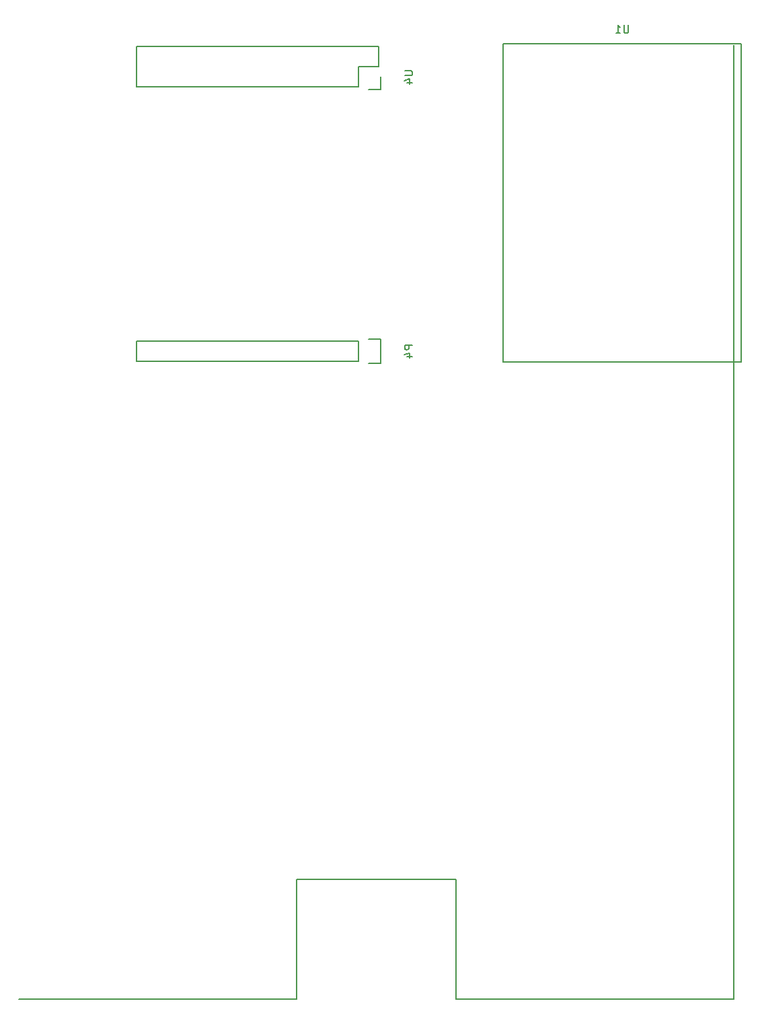
<source format=gbr>
G04 #@! TF.FileFunction,Legend,Bot*
%FSLAX46Y46*%
G04 Gerber Fmt 4.6, Leading zero omitted, Abs format (unit mm)*
G04 Created by KiCad (PCBNEW 4.0.2+dfsg1-stable) date 2017年09月12日 18時24分26秒*
%MOMM*%
G01*
G04 APERTURE LIST*
%ADD10C,0.100000*%
%ADD11C,0.200000*%
%ADD12C,0.150000*%
G04 APERTURE END LIST*
D10*
D11*
X181085600Y-156244800D02*
X181085600Y-36244800D01*
X146085600Y-156244800D02*
X181085600Y-156244800D01*
X146085600Y-141244800D02*
X146085600Y-156244800D01*
X126085600Y-141244800D02*
X146085600Y-141244800D01*
X126085600Y-156244800D02*
X126085600Y-141244800D01*
X91085600Y-156244800D02*
X126085600Y-156244800D01*
D12*
X167045600Y-76084800D02*
X152045600Y-76084800D01*
X152045600Y-76084800D02*
X152045600Y-36084800D01*
X152045600Y-36084800D02*
X182045600Y-36084800D01*
X182045600Y-36084800D02*
X182045600Y-76084800D01*
X182045600Y-76084800D02*
X167045600Y-76084800D01*
X105875600Y-36434800D02*
X136355600Y-36434800D01*
X133815600Y-41514800D02*
X105875600Y-41514800D01*
X105875600Y-36434800D02*
X105875600Y-41514800D01*
X136355600Y-36434800D02*
X136355600Y-38974800D01*
X136635600Y-40244800D02*
X136635600Y-41794800D01*
X136355600Y-38974800D02*
X133815600Y-38974800D01*
X133815600Y-38974800D02*
X133815600Y-41514800D01*
X136635600Y-41794800D02*
X135085600Y-41794800D01*
X133815600Y-73474800D02*
X105875600Y-73474800D01*
X105875600Y-73474800D02*
X105875600Y-76014800D01*
X105875600Y-76014800D02*
X133815600Y-76014800D01*
X136635600Y-73194800D02*
X135085600Y-73194800D01*
X133815600Y-73474800D02*
X133815600Y-76014800D01*
X135085600Y-76294800D02*
X136635600Y-76294800D01*
X136635600Y-76294800D02*
X136635600Y-73194800D01*
X167807505Y-33707181D02*
X167807505Y-34516705D01*
X167759886Y-34611943D01*
X167712267Y-34659562D01*
X167617029Y-34707181D01*
X167426552Y-34707181D01*
X167331314Y-34659562D01*
X167283695Y-34611943D01*
X167236076Y-34516705D01*
X167236076Y-33707181D01*
X166236076Y-34707181D02*
X166807505Y-34707181D01*
X166521791Y-34707181D02*
X166521791Y-33707181D01*
X166617029Y-33850038D01*
X166712267Y-33945276D01*
X166807505Y-33992895D01*
X139637981Y-39482895D02*
X140447505Y-39482895D01*
X140542743Y-39530514D01*
X140590362Y-39578133D01*
X140637981Y-39673371D01*
X140637981Y-39863848D01*
X140590362Y-39959086D01*
X140542743Y-40006705D01*
X140447505Y-40054324D01*
X139637981Y-40054324D01*
X139971314Y-40959086D02*
X140637981Y-40959086D01*
X139590362Y-40720990D02*
X140304648Y-40482895D01*
X140304648Y-41101943D01*
X140637981Y-74006705D02*
X139637981Y-74006705D01*
X139637981Y-74387658D01*
X139685600Y-74482896D01*
X139733219Y-74530515D01*
X139828457Y-74578134D01*
X139971314Y-74578134D01*
X140066552Y-74530515D01*
X140114171Y-74482896D01*
X140161790Y-74387658D01*
X140161790Y-74006705D01*
X139971314Y-75435277D02*
X140637981Y-75435277D01*
X139590362Y-75197181D02*
X140304648Y-74959086D01*
X140304648Y-75578134D01*
M02*

</source>
